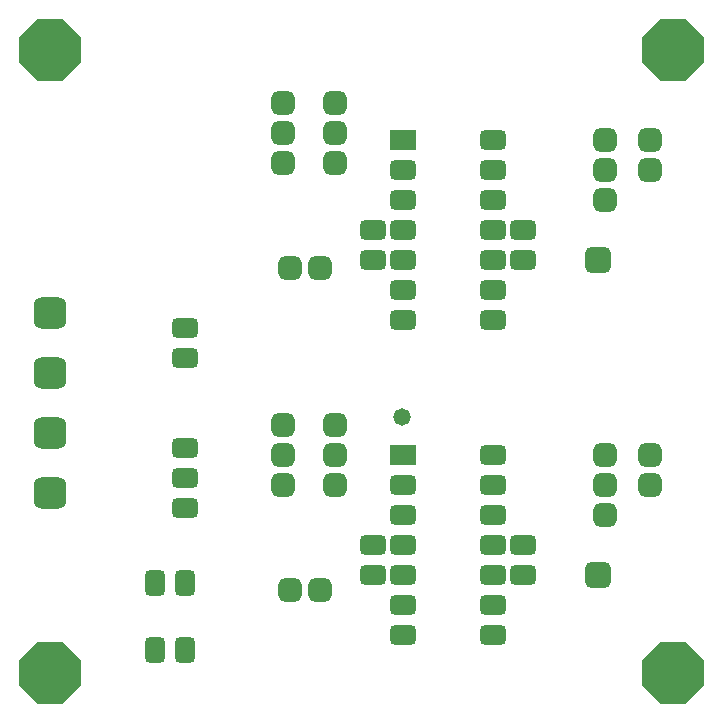
<source format=gts>
G04 Layer_Color=8388736*
%FSLAX25Y25*%
%MOIN*%
G70*
G01*
G75*
G04:AMPARAMS|DCode=26|XSize=78mil|YSize=78mil|CornerRadius=21.5mil|HoleSize=0mil|Usage=FLASHONLY|Rotation=90.000|XOffset=0mil|YOffset=0mil|HoleType=Round|Shape=RoundedRectangle|*
%AMROUNDEDRECTD26*
21,1,0.07800,0.03500,0,0,90.0*
21,1,0.03500,0.07800,0,0,90.0*
1,1,0.04300,0.01750,0.01750*
1,1,0.04300,0.01750,-0.01750*
1,1,0.04300,-0.01750,-0.01750*
1,1,0.04300,-0.01750,0.01750*
%
%ADD26ROUNDEDRECTD26*%
G04:AMPARAMS|DCode=27|XSize=108mil|YSize=108mil|CornerRadius=29mil|HoleSize=0mil|Usage=FLASHONLY|Rotation=90.000|XOffset=0mil|YOffset=0mil|HoleType=Round|Shape=RoundedRectangle|*
%AMROUNDEDRECTD27*
21,1,0.10800,0.05000,0,0,90.0*
21,1,0.05000,0.10800,0,0,90.0*
1,1,0.05800,0.02500,0.02500*
1,1,0.05800,0.02500,-0.02500*
1,1,0.05800,-0.02500,-0.02500*
1,1,0.05800,-0.02500,0.02500*
%
%ADD27ROUNDEDRECTD27*%
G04:AMPARAMS|DCode=28|XSize=68mil|YSize=88mil|CornerRadius=19mil|HoleSize=0mil|Usage=FLASHONLY|Rotation=270.000|XOffset=0mil|YOffset=0mil|HoleType=Round|Shape=RoundedRectangle|*
%AMROUNDEDRECTD28*
21,1,0.06800,0.05000,0,0,270.0*
21,1,0.03000,0.08800,0,0,270.0*
1,1,0.03800,-0.02500,-0.01500*
1,1,0.03800,-0.02500,0.01500*
1,1,0.03800,0.02500,0.01500*
1,1,0.03800,0.02500,-0.01500*
%
%ADD28ROUNDEDRECTD28*%
G04:AMPARAMS|DCode=29|XSize=78mil|YSize=78mil|CornerRadius=21.5mil|HoleSize=0mil|Usage=FLASHONLY|Rotation=180.000|XOffset=0mil|YOffset=0mil|HoleType=Round|Shape=RoundedRectangle|*
%AMROUNDEDRECTD29*
21,1,0.07800,0.03500,0,0,180.0*
21,1,0.03500,0.07800,0,0,180.0*
1,1,0.04300,-0.01750,0.01750*
1,1,0.04300,0.01750,0.01750*
1,1,0.04300,0.01750,-0.01750*
1,1,0.04300,-0.01750,-0.01750*
%
%ADD29ROUNDEDRECTD29*%
G04:AMPARAMS|DCode=30|XSize=68mil|YSize=88mil|CornerRadius=19mil|HoleSize=0mil|Usage=FLASHONLY|Rotation=180.000|XOffset=0mil|YOffset=0mil|HoleType=Round|Shape=RoundedRectangle|*
%AMROUNDEDRECTD30*
21,1,0.06800,0.05000,0,0,180.0*
21,1,0.03000,0.08800,0,0,180.0*
1,1,0.03800,-0.01500,0.02500*
1,1,0.03800,0.01500,0.02500*
1,1,0.03800,0.01500,-0.02500*
1,1,0.03800,-0.01500,-0.02500*
%
%ADD30ROUNDEDRECTD30*%
G04:AMPARAMS|DCode=31|XSize=88mil|YSize=88mil|CornerRadius=24mil|HoleSize=0mil|Usage=FLASHONLY|Rotation=0.000|XOffset=0mil|YOffset=0mil|HoleType=Round|Shape=RoundedRectangle|*
%AMROUNDEDRECTD31*
21,1,0.08800,0.04000,0,0,0.0*
21,1,0.04000,0.08800,0,0,0.0*
1,1,0.04800,0.02000,-0.02000*
1,1,0.04800,-0.02000,-0.02000*
1,1,0.04800,-0.02000,0.02000*
1,1,0.04800,0.02000,0.02000*
%
%ADD31ROUNDEDRECTD31*%
%ADD32P,0.22173X8X22.5*%
%ADD33R,0.08800X0.06800*%
G04:AMPARAMS|DCode=34|XSize=88mil|YSize=68mil|CornerRadius=19mil|HoleSize=0mil|Usage=FLASHONLY|Rotation=0.000|XOffset=0mil|YOffset=0mil|HoleType=Round|Shape=RoundedRectangle|*
%AMROUNDEDRECTD34*
21,1,0.08800,0.03000,0,0,0.0*
21,1,0.05000,0.06800,0,0,0.0*
1,1,0.03800,0.02500,-0.01500*
1,1,0.03800,-0.02500,-0.01500*
1,1,0.03800,-0.02500,0.01500*
1,1,0.03800,0.02500,0.01500*
%
%ADD34ROUNDEDRECTD34*%
%ADD35C,0.05800*%
D26*
X110000Y77500D02*
D03*
Y87500D02*
D03*
Y97500D02*
D03*
X92500Y205000D02*
D03*
Y195000D02*
D03*
Y185000D02*
D03*
X200000Y192500D02*
D03*
Y182500D02*
D03*
Y172500D02*
D03*
X110000Y185000D02*
D03*
Y195000D02*
D03*
Y205000D02*
D03*
X200000Y87500D02*
D03*
Y77500D02*
D03*
Y67500D02*
D03*
X92500Y97500D02*
D03*
Y87500D02*
D03*
Y77500D02*
D03*
X215000Y192500D02*
D03*
Y182500D02*
D03*
Y87500D02*
D03*
Y77500D02*
D03*
D27*
X15000Y95000D02*
D03*
Y75000D02*
D03*
Y135000D02*
D03*
Y115000D02*
D03*
D28*
X60000Y130000D02*
D03*
Y120000D02*
D03*
Y70000D02*
D03*
Y80000D02*
D03*
Y90000D02*
D03*
X122500Y162500D02*
D03*
Y152500D02*
D03*
X172500Y162500D02*
D03*
Y152500D02*
D03*
X122500Y57500D02*
D03*
Y47500D02*
D03*
X172500Y57500D02*
D03*
Y47500D02*
D03*
D29*
X95000Y150000D02*
D03*
X105000D02*
D03*
X95000Y42500D02*
D03*
X105000D02*
D03*
D30*
X50000Y22500D02*
D03*
X60000D02*
D03*
X50000Y45000D02*
D03*
X60000D02*
D03*
D31*
X197500Y47500D02*
D03*
Y152500D02*
D03*
D32*
X15000Y15000D02*
D03*
X222500D02*
D03*
Y222500D02*
D03*
X15000D02*
D03*
D33*
X132500Y87500D02*
D03*
Y192500D02*
D03*
D34*
Y77500D02*
D03*
Y67500D02*
D03*
Y57500D02*
D03*
Y47500D02*
D03*
Y37500D02*
D03*
Y27500D02*
D03*
X162500Y87500D02*
D03*
Y77500D02*
D03*
Y67500D02*
D03*
Y57500D02*
D03*
Y47500D02*
D03*
Y37500D02*
D03*
Y27500D02*
D03*
X132500Y182500D02*
D03*
Y172500D02*
D03*
Y162500D02*
D03*
Y152500D02*
D03*
Y142500D02*
D03*
Y132500D02*
D03*
X162500Y192500D02*
D03*
Y182500D02*
D03*
Y172500D02*
D03*
Y162500D02*
D03*
Y152500D02*
D03*
Y142500D02*
D03*
Y132500D02*
D03*
D35*
X132200Y100300D02*
D03*
M02*

</source>
